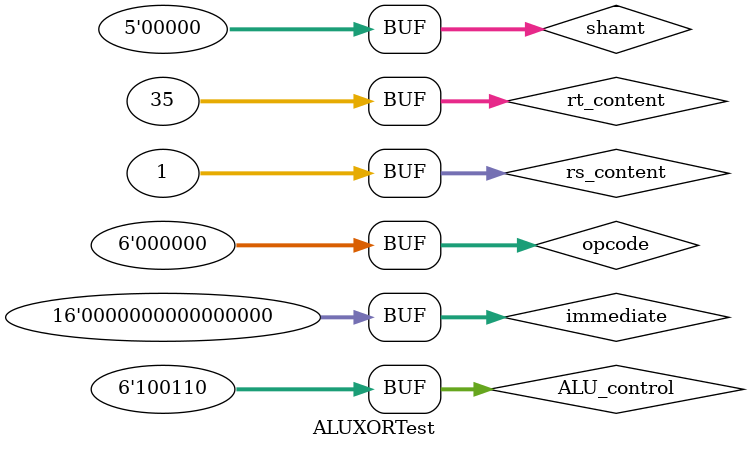
<source format=v>
`timescale 1ns / 1ps


module ALUXORTest;

	// Inputs
	reg [5:0] opcode;
	reg [31:0] rs_content;
	reg [31:0] rt_content;
	reg [4:0] shamt;
	reg [5:0] ALU_control;
	reg [15:0] immediate;

	// Outputs
	wire [31:0] ALU_result;
	wire sig_branch;

	// Instantiate the Unit Under Test (UUT)
	ALU uut (
		.ALU_result(ALU_result), 
		.sig_branch(sig_branch), 
		.opcode(opcode), 
		.rs_content(rs_content), 
		.rt_content(rt_content), 
		.shamt(shamt), 
		.ALU_control(ALU_control), 
		.immediate(immediate)
	);

	initial begin
		// Initialize Inputs
		opcode = 0;
		rs_content = 0;
		rt_content = 0;
		shamt = 0;
		ALU_control = 0;
		immediate = 0;
		
		// Wait 100 ns for global reset to finish
		#100;
       
		  opcode = 6'b000000;
        rs_content = 15;
        rt_content = 12;
        shamt = 0;
        ALU_control = 6'b100110;
        immediate = 0;
        #100;

        opcode = 6'b000000;
        rs_content = 23;
        rt_content = 2;
        shamt = 0;
        ALU_control = 6'b100110;
        immediate = 0;
        #100;

        opcode = 6'b000000;
        rs_content = 1;
        rt_content = 35;
        shamt = 0;
        ALU_control = 6'b100110;
        immediate = 0;
        #100;

	end
      
endmodule

</source>
